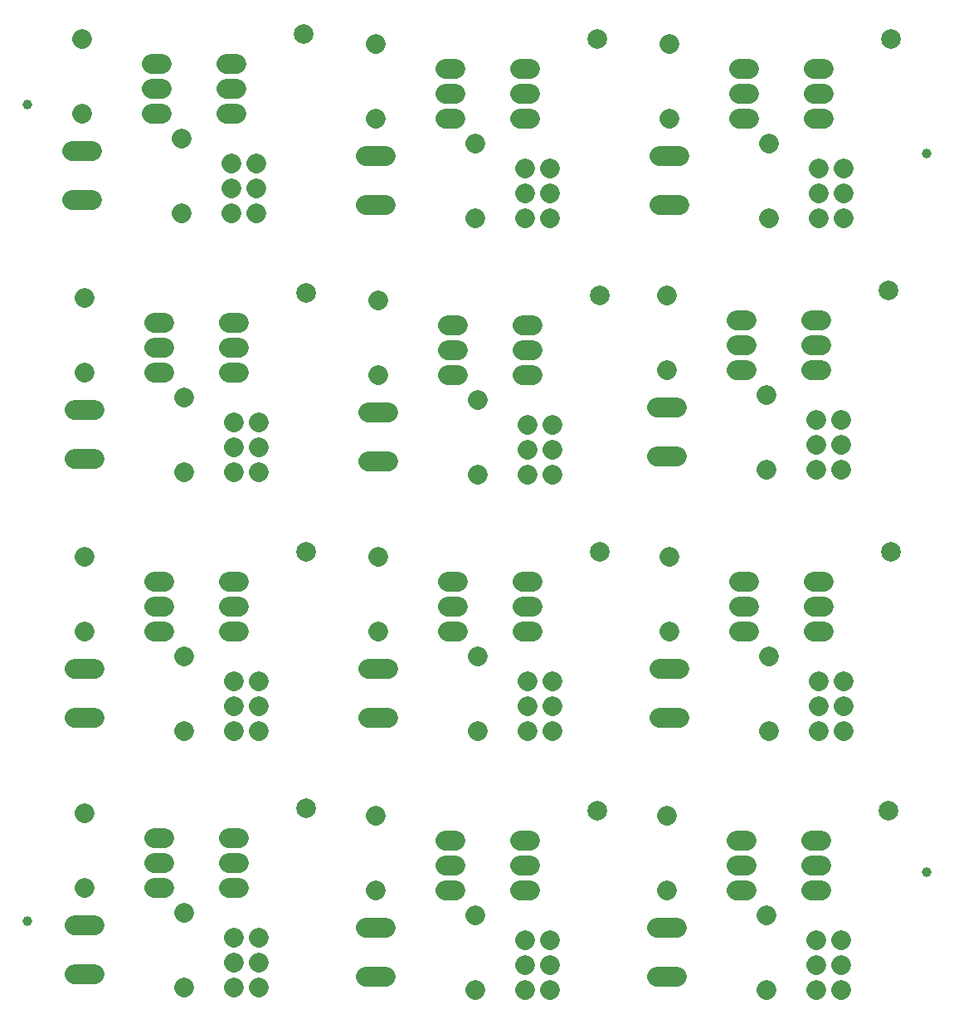
<source format=gtl>
G04 Layer: TopLayer*
G04 EasyEDA v6.5.9, 2022-12-19 01:16:27*
G04 b9351db9c1bb4c489ec9b4c5568df8d6,5dd06754fdd742daa6fe38bf62b7df6b,10*
G04 Gerber Generator version 0.2*
G04 Scale: 100 percent, Rotated: No, Reflected: No *
G04 Dimensions in millimeters *
G04 leading zeros omitted , absolute positions ,4 integer and 5 decimal *
%FSLAX45Y45*%
%MOMM*%

%ADD10C,1.0000*%
%ADD11C,2.0000*%

%LPD*%
D10*
G01*
X206400Y9414002D03*
G01*
X9384598Y8914003D03*
G01*
X206400Y1078798D03*
G01*
X9384598Y1578797D03*
D11*
G01*
X3022600Y10134600D03*
G01*
X6019800Y10083800D03*
G01*
X9017000Y10083800D03*
G01*
X8991600Y7518400D03*
G01*
X6045200Y7467600D03*
G01*
X3048000Y7493000D03*
G01*
X3048000Y4851400D03*
G01*
X6045200Y4851400D03*
G01*
X9017000Y4851400D03*
G01*
X8991600Y2209800D03*
G01*
X6019800Y2209800D03*
G01*
X3048000Y2235200D03*
X4775200Y9017000D02*
G01*
X4775200Y9017000D01*
X4775200Y8255000D02*
G01*
X4775200Y8255000D01*
X3759200Y9271000D02*
G01*
X3759200Y9271000D01*
X3759200Y10033000D02*
G01*
X3759200Y10033000D01*
X5283200Y8763000D02*
G01*
X5283200Y8763000D01*
X5537200Y8763000D02*
G01*
X5537200Y8763000D01*
X5283200Y8509000D02*
G01*
X5283200Y8509000D01*
X5537200Y8509000D02*
G01*
X5537200Y8509000D01*
X5283200Y8255000D02*
G01*
X5283200Y8255000D01*
X5537200Y8255000D02*
G01*
X5537200Y8255000D01*
X3661079Y8887460D02*
G01*
X3857320Y8887460D01*
X3661079Y8384540D02*
G01*
X3857320Y8384540D01*
X4571199Y9779000D02*
G01*
X4471200Y9779000D01*
X4571199Y9525000D02*
G01*
X4471200Y9525000D01*
X5233200Y9525000D02*
G01*
X5333199Y9525000D01*
X5233200Y9779000D02*
G01*
X5333199Y9779000D01*
X4571199Y9271000D02*
G01*
X4471200Y9271000D01*
X5233200Y9271000D02*
G01*
X5333199Y9271000D01*
X7772400Y9017000D02*
G01*
X7772400Y9017000D01*
X7772400Y8255000D02*
G01*
X7772400Y8255000D01*
X6756400Y9271000D02*
G01*
X6756400Y9271000D01*
X6756400Y10033000D02*
G01*
X6756400Y10033000D01*
X8280400Y8763000D02*
G01*
X8280400Y8763000D01*
X8534400Y8763000D02*
G01*
X8534400Y8763000D01*
X8280400Y8509000D02*
G01*
X8280400Y8509000D01*
X8534400Y8509000D02*
G01*
X8534400Y8509000D01*
X8280400Y8255000D02*
G01*
X8280400Y8255000D01*
X8534400Y8255000D02*
G01*
X8534400Y8255000D01*
X6658279Y8887460D02*
G01*
X6854520Y8887460D01*
X6658279Y8384540D02*
G01*
X6854520Y8384540D01*
X7568399Y9779000D02*
G01*
X7468400Y9779000D01*
X7568399Y9525000D02*
G01*
X7468400Y9525000D01*
X8230400Y9525000D02*
G01*
X8330399Y9525000D01*
X8230400Y9779000D02*
G01*
X8330399Y9779000D01*
X7568399Y9271000D02*
G01*
X7468400Y9271000D01*
X8230400Y9271000D02*
G01*
X8330399Y9271000D01*
X7747000Y6451600D02*
G01*
X7747000Y6451600D01*
X7747000Y5689600D02*
G01*
X7747000Y5689600D01*
X6731000Y6705600D02*
G01*
X6731000Y6705600D01*
X6731000Y7467600D02*
G01*
X6731000Y7467600D01*
X8255000Y6197600D02*
G01*
X8255000Y6197600D01*
X8509000Y6197600D02*
G01*
X8509000Y6197600D01*
X8255000Y5943600D02*
G01*
X8255000Y5943600D01*
X8509000Y5943600D02*
G01*
X8509000Y5943600D01*
X8255000Y5689600D02*
G01*
X8255000Y5689600D01*
X8509000Y5689600D02*
G01*
X8509000Y5689600D01*
X6632879Y6322060D02*
G01*
X6829120Y6322060D01*
X6632879Y5819140D02*
G01*
X6829120Y5819140D01*
X7542999Y7213600D02*
G01*
X7443000Y7213600D01*
X7542999Y6959600D02*
G01*
X7443000Y6959600D01*
X8205000Y6959600D02*
G01*
X8304999Y6959600D01*
X8205000Y7213600D02*
G01*
X8304999Y7213600D01*
X7542999Y6705600D02*
G01*
X7443000Y6705600D01*
X8205000Y6705600D02*
G01*
X8304999Y6705600D01*
X4800600Y6400800D02*
G01*
X4800600Y6400800D01*
X4800600Y5638800D02*
G01*
X4800600Y5638800D01*
X3784600Y6654800D02*
G01*
X3784600Y6654800D01*
X3784600Y7416800D02*
G01*
X3784600Y7416800D01*
X5308600Y6146800D02*
G01*
X5308600Y6146800D01*
X5562600Y6146800D02*
G01*
X5562600Y6146800D01*
X5308600Y5892800D02*
G01*
X5308600Y5892800D01*
X5562600Y5892800D02*
G01*
X5562600Y5892800D01*
X5308600Y5638800D02*
G01*
X5308600Y5638800D01*
X5562600Y5638800D02*
G01*
X5562600Y5638800D01*
X3686479Y6271260D02*
G01*
X3882720Y6271260D01*
X3686479Y5768340D02*
G01*
X3882720Y5768340D01*
X4596599Y7162800D02*
G01*
X4496600Y7162800D01*
X4596599Y6908800D02*
G01*
X4496600Y6908800D01*
X5258600Y6908800D02*
G01*
X5358599Y6908800D01*
X5258600Y7162800D02*
G01*
X5358599Y7162800D01*
X4596599Y6654800D02*
G01*
X4496600Y6654800D01*
X5258600Y6654800D02*
G01*
X5358599Y6654800D01*
X1803400Y6426200D02*
G01*
X1803400Y6426200D01*
X1803400Y5664200D02*
G01*
X1803400Y5664200D01*
X787400Y6680200D02*
G01*
X787400Y6680200D01*
X787400Y7442200D02*
G01*
X787400Y7442200D01*
X2311400Y6172200D02*
G01*
X2311400Y6172200D01*
X2565400Y6172200D02*
G01*
X2565400Y6172200D01*
X2311400Y5918200D02*
G01*
X2311400Y5918200D01*
X2565400Y5918200D02*
G01*
X2565400Y5918200D01*
X2311400Y5664200D02*
G01*
X2311400Y5664200D01*
X2565400Y5664200D02*
G01*
X2565400Y5664200D01*
X689279Y6296660D02*
G01*
X885520Y6296660D01*
X689279Y5793740D02*
G01*
X885520Y5793740D01*
X1599399Y7188200D02*
G01*
X1499400Y7188200D01*
X1599399Y6934200D02*
G01*
X1499400Y6934200D01*
X2261400Y6934200D02*
G01*
X2361399Y6934200D01*
X2261400Y7188200D02*
G01*
X2361399Y7188200D01*
X1599399Y6680200D02*
G01*
X1499400Y6680200D01*
X2261400Y6680200D02*
G01*
X2361399Y6680200D01*
X1803400Y3784600D02*
G01*
X1803400Y3784600D01*
X1803400Y3022600D02*
G01*
X1803400Y3022600D01*
X787400Y4038600D02*
G01*
X787400Y4038600D01*
X787400Y4800600D02*
G01*
X787400Y4800600D01*
X2311400Y3530600D02*
G01*
X2311400Y3530600D01*
X2565400Y3530600D02*
G01*
X2565400Y3530600D01*
X2311400Y3276600D02*
G01*
X2311400Y3276600D01*
X2565400Y3276600D02*
G01*
X2565400Y3276600D01*
X2311400Y3022600D02*
G01*
X2311400Y3022600D01*
X2565400Y3022600D02*
G01*
X2565400Y3022600D01*
X689279Y3655060D02*
G01*
X885520Y3655060D01*
X689279Y3152140D02*
G01*
X885520Y3152140D01*
X1599399Y4546600D02*
G01*
X1499400Y4546600D01*
X1599399Y4292600D02*
G01*
X1499400Y4292600D01*
X2261400Y4292600D02*
G01*
X2361399Y4292600D01*
X2261400Y4546600D02*
G01*
X2361399Y4546600D01*
X1599399Y4038600D02*
G01*
X1499400Y4038600D01*
X2261400Y4038600D02*
G01*
X2361399Y4038600D01*
X4800600Y3784600D02*
G01*
X4800600Y3784600D01*
X4800600Y3022600D02*
G01*
X4800600Y3022600D01*
X3784600Y4038600D02*
G01*
X3784600Y4038600D01*
X3784600Y4800600D02*
G01*
X3784600Y4800600D01*
X5308600Y3530600D02*
G01*
X5308600Y3530600D01*
X5562600Y3530600D02*
G01*
X5562600Y3530600D01*
X5308600Y3276600D02*
G01*
X5308600Y3276600D01*
X5562600Y3276600D02*
G01*
X5562600Y3276600D01*
X5308600Y3022600D02*
G01*
X5308600Y3022600D01*
X5562600Y3022600D02*
G01*
X5562600Y3022600D01*
X3686479Y3655060D02*
G01*
X3882720Y3655060D01*
X3686479Y3152140D02*
G01*
X3882720Y3152140D01*
X4596599Y4546600D02*
G01*
X4496600Y4546600D01*
X4596599Y4292600D02*
G01*
X4496600Y4292600D01*
X5258600Y4292600D02*
G01*
X5358599Y4292600D01*
X5258600Y4546600D02*
G01*
X5358599Y4546600D01*
X4596599Y4038600D02*
G01*
X4496600Y4038600D01*
X5258600Y4038600D02*
G01*
X5358599Y4038600D01*
X7772400Y3784600D02*
G01*
X7772400Y3784600D01*
X7772400Y3022600D02*
G01*
X7772400Y3022600D01*
X6756400Y4038600D02*
G01*
X6756400Y4038600D01*
X6756400Y4800600D02*
G01*
X6756400Y4800600D01*
X8280400Y3530600D02*
G01*
X8280400Y3530600D01*
X8534400Y3530600D02*
G01*
X8534400Y3530600D01*
X8280400Y3276600D02*
G01*
X8280400Y3276600D01*
X8534400Y3276600D02*
G01*
X8534400Y3276600D01*
X8280400Y3022600D02*
G01*
X8280400Y3022600D01*
X8534400Y3022600D02*
G01*
X8534400Y3022600D01*
X6658279Y3655060D02*
G01*
X6854520Y3655060D01*
X6658279Y3152140D02*
G01*
X6854520Y3152140D01*
X7568399Y4546600D02*
G01*
X7468400Y4546600D01*
X7568399Y4292600D02*
G01*
X7468400Y4292600D01*
X8230400Y4292600D02*
G01*
X8330399Y4292600D01*
X8230400Y4546600D02*
G01*
X8330399Y4546600D01*
X7568399Y4038600D02*
G01*
X7468400Y4038600D01*
X8230400Y4038600D02*
G01*
X8330399Y4038600D01*
X7747000Y1143000D02*
G01*
X7747000Y1143000D01*
X7747000Y381000D02*
G01*
X7747000Y381000D01*
X6731000Y1397000D02*
G01*
X6731000Y1397000D01*
X6731000Y2159000D02*
G01*
X6731000Y2159000D01*
X8255000Y889000D02*
G01*
X8255000Y889000D01*
X8509000Y889000D02*
G01*
X8509000Y889000D01*
X8255000Y635000D02*
G01*
X8255000Y635000D01*
X8509000Y635000D02*
G01*
X8509000Y635000D01*
X8255000Y381000D02*
G01*
X8255000Y381000D01*
X8509000Y381000D02*
G01*
X8509000Y381000D01*
X6632879Y1013460D02*
G01*
X6829120Y1013460D01*
X6632879Y510540D02*
G01*
X6829120Y510540D01*
X7542999Y1905000D02*
G01*
X7443000Y1905000D01*
X7542999Y1651000D02*
G01*
X7443000Y1651000D01*
X8205000Y1651000D02*
G01*
X8304999Y1651000D01*
X8205000Y1905000D02*
G01*
X8304999Y1905000D01*
X7542999Y1397000D02*
G01*
X7443000Y1397000D01*
X8205000Y1397000D02*
G01*
X8304999Y1397000D01*
X4775200Y1143000D02*
G01*
X4775200Y1143000D01*
X4775200Y381000D02*
G01*
X4775200Y381000D01*
X3759200Y1397000D02*
G01*
X3759200Y1397000D01*
X3759200Y2159000D02*
G01*
X3759200Y2159000D01*
X5283200Y889000D02*
G01*
X5283200Y889000D01*
X5537200Y889000D02*
G01*
X5537200Y889000D01*
X5283200Y635000D02*
G01*
X5283200Y635000D01*
X5537200Y635000D02*
G01*
X5537200Y635000D01*
X5283200Y381000D02*
G01*
X5283200Y381000D01*
X5537200Y381000D02*
G01*
X5537200Y381000D01*
X3661079Y1013460D02*
G01*
X3857320Y1013460D01*
X3661079Y510540D02*
G01*
X3857320Y510540D01*
X4571199Y1905000D02*
G01*
X4471200Y1905000D01*
X4571199Y1651000D02*
G01*
X4471200Y1651000D01*
X5233200Y1651000D02*
G01*
X5333199Y1651000D01*
X5233200Y1905000D02*
G01*
X5333199Y1905000D01*
X4571199Y1397000D02*
G01*
X4471200Y1397000D01*
X5233200Y1397000D02*
G01*
X5333199Y1397000D01*
X1803400Y1168400D02*
G01*
X1803400Y1168400D01*
X1803400Y406400D02*
G01*
X1803400Y406400D01*
X787400Y1422400D02*
G01*
X787400Y1422400D01*
X787400Y2184400D02*
G01*
X787400Y2184400D01*
X2311400Y914400D02*
G01*
X2311400Y914400D01*
X2565400Y914400D02*
G01*
X2565400Y914400D01*
X2311400Y660400D02*
G01*
X2311400Y660400D01*
X2565400Y660400D02*
G01*
X2565400Y660400D01*
X2311400Y406400D02*
G01*
X2311400Y406400D01*
X2565400Y406400D02*
G01*
X2565400Y406400D01*
X689279Y1038860D02*
G01*
X885520Y1038860D01*
X689279Y535940D02*
G01*
X885520Y535940D01*
X1599399Y1930400D02*
G01*
X1499400Y1930400D01*
X1599399Y1676400D02*
G01*
X1499400Y1676400D01*
X2261400Y1676400D02*
G01*
X2361399Y1676400D01*
X2261400Y1930400D02*
G01*
X2361399Y1930400D01*
X1599399Y1422400D02*
G01*
X1499400Y1422400D01*
X2261400Y1422400D02*
G01*
X2361399Y1422400D01*
X1573999Y9829800D02*
G01*
X1474000Y9829800D01*
X1573999Y9575800D02*
G01*
X1474000Y9575800D01*
X2236000Y9575800D02*
G01*
X2335999Y9575800D01*
X2236000Y9829800D02*
G01*
X2335999Y9829800D01*
X1573999Y9321800D02*
G01*
X1474000Y9321800D01*
X2236000Y9321800D02*
G01*
X2335999Y9321800D01*
X663879Y8938260D02*
G01*
X860120Y8938260D01*
X663879Y8435340D02*
G01*
X860120Y8435340D01*
X2286000Y8813800D02*
G01*
X2286000Y8813800D01*
X2540000Y8813800D02*
G01*
X2540000Y8813800D01*
X2286000Y8559800D02*
G01*
X2286000Y8559800D01*
X2540000Y8559800D02*
G01*
X2540000Y8559800D01*
X2286000Y8305800D02*
G01*
X2286000Y8305800D01*
X2540000Y8305800D02*
G01*
X2540000Y8305800D01*
X762000Y9321800D02*
G01*
X762000Y9321800D01*
X762000Y10083800D02*
G01*
X762000Y10083800D01*
X1778000Y9067800D02*
G01*
X1778000Y9067800D01*
X1778000Y8305800D02*
G01*
X1778000Y8305800D01*
M02*

</source>
